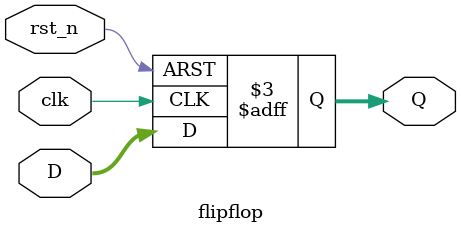
<source format=v>

module part2 (CLOCK_50, CLOCK2_50, KEY, FPGA_I2C_SCLK, FPGA_I2C_SDAT, AUD_XCK, 
		        AUD_DACLRCK, AUD_ADCLRCK, AUD_BCLK, AUD_ADCDAT, AUD_DACDAT);

	input CLOCK_50, CLOCK2_50;
	input [0:0] KEY;
	// I2C Audio/Video config interface
	output FPGA_I2C_SCLK;
	inout FPGA_I2C_SDAT;
	// Audio CODEC
	output AUD_XCK;
	input AUD_DACLRCK, AUD_ADCLRCK, AUD_BCLK;
	input AUD_ADCDAT;
	output AUD_DACDAT;
	
	// Local wires.
	wire read_ready, write_ready, read, write;
	wire [23:0] readdata_left, readdata_right;
	wire [23:0] writedata_left, writedata_right;
	wire reset = ~KEY[0];
	
	// Our signals
	// right side
	wire [23:0] rightff_out [0:7];
	wire [23:0] right8_out [0:7];
	
	// left side
	wire [23:0] leftff_out [0:7];
	wire [23:0] left8_out [0:7];
	
	parameter eight = 4'b1000;

	/////////////////////////////////
	// Your code goes here 
	/////////////////////////////////
	
	assign read = read_ready;
	assign write = write_ready;
	
	flipflop rightff1 (readdata_right, rightff_out[0], reset, CLOCK_50);
	flipflop rightff2 (rightff_out[0], rightff_out[1], reset, CLOCK_50);
	flipflop rightff3 (rightff_out[1], rightff_out[2], reset, CLOCK_50);
	flipflop rightff4 (rightff_out[2], rightff_out[3], reset, CLOCK_50);
	flipflop rightff5 (rightff_out[3], rightff_out[4], reset, CLOCK_50);
	flipflop rightff6 (rightff_out[4], rightff_out[5], reset, CLOCK_50);
	flipflop rightff7 (rightff_out[5], rightff_out[6], reset, CLOCK_50);
	flipflop rightff8 (rightff_out[6], rightff_out[7], reset, CLOCK_50);
	
	flipflop leftff1 (readdata_left, leftff_out[0], reset, CLOCK_50);
	flipflop leftff2 (leftff_out[0], leftff_out[1], reset, CLOCK_50);
	flipflop leftff3 (leftff_out[1], leftff_out[2], reset, CLOCK_50);
	flipflop leftff4 (leftff_out[2], leftff_out[3], reset, CLOCK_50);
	flipflop leftff5 (leftff_out[3], leftff_out[4], reset, CLOCK_50);
	flipflop leftff6 (leftff_out[4], leftff_out[5], reset, CLOCK_50);
	flipflop leftff7 (leftff_out[5], leftff_out[6], reset, CLOCK_50);
	flipflop leftff8 (leftff_out[6], leftff_out[7], reset, CLOCK_50);
	
	assign right8_out[0] = rightff_out[0] / eight;
	assign right8_out[1] = rightff_out[1] / eight;
	assign right8_out[2] = rightff_out[2] / eight;
	assign right8_out[3] = rightff_out[3] / eight;
	assign right8_out[4] = rightff_out[4] / eight;
	assign right8_out[5] = rightff_out[5] / eight;
	assign right8_out[6] = rightff_out[6] / eight;
	assign right8_out[7] = rightff_out[7] / eight;
	
	assign left8_out[0] = leftff_out[0] / eight;
	assign left8_out[1] = leftff_out[1] / eight;
	assign left8_out[2] = leftff_out[2] / eight;
	assign left8_out[3] = leftff_out[3] / eight;
	assign left8_out[4] = leftff_out[4] / eight;
	assign left8_out[5] = leftff_out[5] / eight;
	assign left8_out[6] = leftff_out[6] / eight;
	assign left8_out[7] = leftff_out[7] / eight;

	assign writedata_right = right8_out[0] + right8_out[1] + right8_out[2] + 
					right8_out[3] + right8_out[4] + right8_out[5] + right8_out[6] + right8_out[7];	
	assign writedata_left = left8_out[0] + left8_out[1] + left8_out[2] + 
					left8_out[3] + left8_out[4] + left8_out[5] + left8_out[6] + left8_out[7];

	
/////////////////////////////////////////////////////////////////////////////////
// Audio CODEC interface. 
//
// The interface consists of the following wires:
// read_ready, write_ready - CODEC ready for read/write operation 
// readdata_left, readdata_right - left and right channel data from the CODEC
// read - send data from the CODEC (both channels)
// writedata_left, writedata_right - left and right channel data to the CODEC
// write - send data to the CODEC (both channels)
// AUD_* - should connect to top-level entity I/O of the same name.
//         These signals go directly to the Audio CODEC
// I2C_* - should connect to top-level entity I/O of the same name.
//         These signals go directly to the Audio/Video Config module
/////////////////////////////////////////////////////////////////////////////////
	clock_generator my_clock_gen(
		// inputs
		CLOCK2_50,
		reset,

		// outputs
		AUD_XCK
	);

	audio_and_video_config cfg(
		// Inputs
		CLOCK_50,
		reset,

		// Bidirectionals
		FPGA_I2C_SDAT,
		FPGA_I2C_SCLK
	);

	audio_codec codec(
		// Inputs
		CLOCK_50,
		reset,

		read,	write,
		writedata_left, writedata_right,

		AUD_ADCDAT,

		// Bidirectionals
		AUD_BCLK,
		AUD_ADCLRCK,
		AUD_DACLRCK,

		// Outputs
		read_ready, write_ready,
		readdata_left, readdata_right,
		AUD_DACDAT
	);

endmodule


module flipflop (D, Q, rst_n, clk);
	input rst_n;
	input clk;
	input [23:0] D;
	output reg [23:0] Q;

	always @ (posedge clk, negedge rst_n)
	begin
		if(rst_n == 0)
			Q = 23'd0;
		else
			Q = D;
	end
endmodule


</source>
